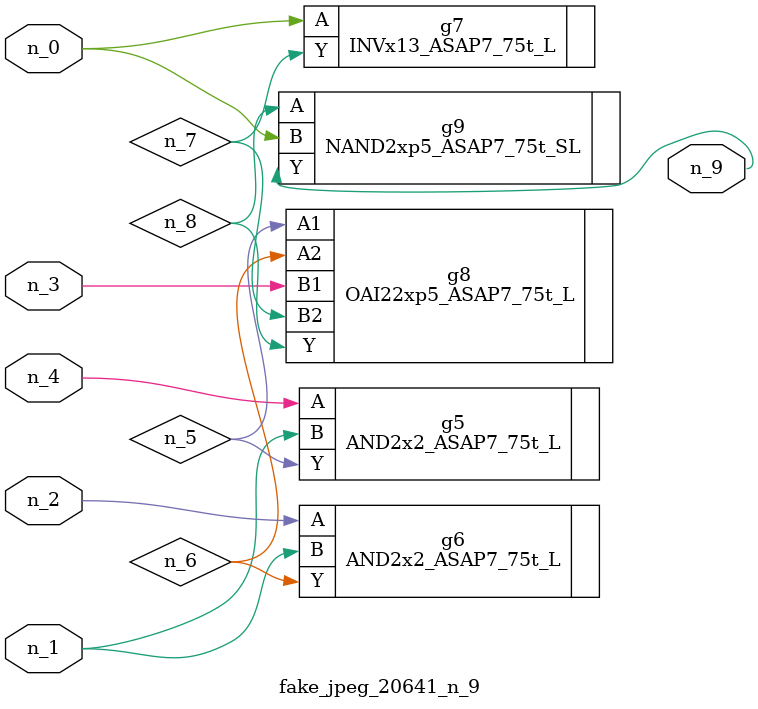
<source format=v>
module fake_jpeg_20641_n_9 (n_3, n_2, n_1, n_0, n_4, n_9);

input n_3;
input n_2;
input n_1;
input n_0;
input n_4;

output n_9;

wire n_8;
wire n_6;
wire n_5;
wire n_7;

AND2x2_ASAP7_75t_L g5 ( 
.A(n_4),
.B(n_1),
.Y(n_5)
);

AND2x2_ASAP7_75t_L g6 ( 
.A(n_2),
.B(n_1),
.Y(n_6)
);

INVx13_ASAP7_75t_L g7 ( 
.A(n_0),
.Y(n_7)
);

OAI22xp5_ASAP7_75t_L g8 ( 
.A1(n_5),
.A2(n_6),
.B1(n_3),
.B2(n_7),
.Y(n_8)
);

NAND2xp5_ASAP7_75t_SL g9 ( 
.A(n_8),
.B(n_0),
.Y(n_9)
);


endmodule
</source>
